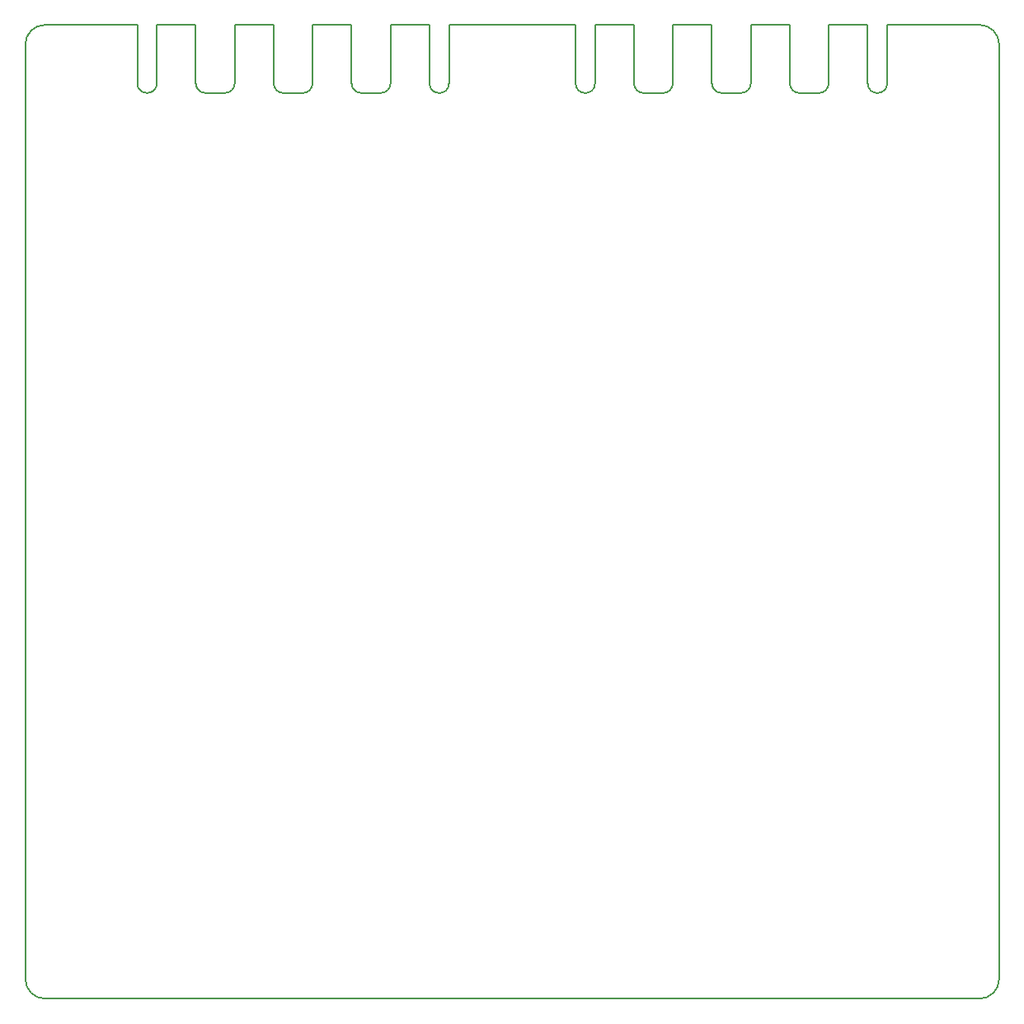
<source format=gbr>
%TF.GenerationSoftware,KiCad,Pcbnew,(6.0.0)*%
%TF.CreationDate,2022-08-21T23:10:39+12:00*%
%TF.ProjectId,TEST_FIXTURE,54455354-5f46-4495-9854-5552452e6b69,v1.0*%
%TF.SameCoordinates,Original*%
%TF.FileFunction,Profile,NP*%
%FSLAX46Y46*%
G04 Gerber Fmt 4.6, Leading zero omitted, Abs format (unit mm)*
G04 Created by KiCad (PCBNEW (6.0.0)) date 2022-08-21 23:10:39*
%MOMM*%
%LPD*%
G01*
G04 APERTURE LIST*
%TA.AperFunction,Profile*%
%ADD10C,0.200000*%
%TD*%
G04 APERTURE END LIST*
D10*
X238500000Y-100000000D02*
X248000000Y-100000000D01*
X238500000Y-106000000D02*
X238500000Y-100000000D01*
X236500000Y-106000000D02*
G75*
G03*
X238500000Y-106000000I1000000J0D01*
G01*
X231500000Y-107000000D02*
G75*
G03*
X232500000Y-106000000I-3J1000003D01*
G01*
X232500000Y-100000000D02*
X236500000Y-100000000D01*
X228500000Y-106000000D02*
G75*
G03*
X229500000Y-107000000I1000003J3D01*
G01*
X232500000Y-106000000D02*
X232500000Y-100000000D01*
X236500000Y-100000000D02*
X236500000Y-106000000D01*
X229500000Y-107000000D02*
X231500000Y-107000000D01*
X223500000Y-107000000D02*
G75*
G03*
X224500000Y-106000000I-3J1000003D01*
G01*
X224500000Y-100000000D02*
X228500000Y-100000000D01*
X220500000Y-106000000D02*
G75*
G03*
X221500000Y-107000000I1000003J3D01*
G01*
X224500000Y-106000000D02*
X224500000Y-100000000D01*
X228500000Y-100000000D02*
X228500000Y-106000000D01*
X221500000Y-107000000D02*
X223500000Y-107000000D01*
X215500000Y-107000000D02*
G75*
G03*
X216500000Y-106000000I-3J1000003D01*
G01*
X212500000Y-106000000D02*
G75*
G03*
X213500000Y-107000000I1000001J1D01*
G01*
X208500000Y-100000000D02*
X212500000Y-100000000D01*
X206500000Y-100000000D02*
X206500000Y-106000000D01*
X216500000Y-106000000D02*
X216500000Y-100000000D01*
X220500000Y-100000000D02*
X220500000Y-106000000D01*
X213500000Y-107000000D02*
X215500000Y-107000000D01*
X208500000Y-106000000D02*
X208500000Y-100000000D01*
X216500000Y-100000000D02*
X220500000Y-100000000D01*
X212500000Y-100000000D02*
X212500000Y-106000000D01*
X206500000Y-106000000D02*
G75*
G03*
X208500000Y-106000000I1000000J0D01*
G01*
X161500000Y-106000000D02*
G75*
G03*
X163500000Y-106000000I1000000J0D01*
G01*
X191500000Y-106000000D02*
G75*
G03*
X193500000Y-106000000I1000000J0D01*
G01*
X186500000Y-107000000D02*
G75*
G03*
X187500000Y-106000000I-3J1000003D01*
G01*
X183500000Y-106000000D02*
G75*
G03*
X184500000Y-107000000I1000001J1D01*
G01*
X184500000Y-107000000D02*
X186500000Y-107000000D01*
X178500000Y-107000000D02*
G75*
G03*
X179500000Y-106000000I-3J1000003D01*
G01*
X175500000Y-106000000D02*
G75*
G03*
X176500000Y-107000000I1000001J1D01*
G01*
X176500000Y-107000000D02*
X178500000Y-107000000D01*
X170500000Y-107000000D02*
G75*
G03*
X171500000Y-106000000I-1J1000001D01*
G01*
X167500003Y-106000000D02*
G75*
G03*
X168500000Y-107000000I999997J-3D01*
G01*
X193500000Y-106000000D02*
X193500000Y-100000000D01*
X193500000Y-100000000D02*
X206500000Y-100000000D01*
X191500000Y-100000000D02*
X191500000Y-106000000D01*
X187500000Y-100000000D02*
X191500000Y-100000000D01*
X187500000Y-106000000D02*
X187500000Y-100000000D01*
X183500000Y-100000000D02*
X183500000Y-106000000D01*
X179500000Y-100000000D02*
X183500000Y-100000000D01*
X179500000Y-106000000D02*
X179500000Y-100000000D01*
X175500000Y-100000000D02*
X175500000Y-106000000D01*
X171500000Y-100000000D02*
X175500000Y-100000000D01*
X171500000Y-106000000D02*
X171500000Y-100000000D01*
X168500000Y-107000000D02*
X170500000Y-107000000D01*
X167500000Y-100000000D02*
X167500000Y-106000000D01*
X163500000Y-100000000D02*
X167500000Y-100000000D01*
X163500000Y-106000000D02*
X163500000Y-100000000D01*
X152000000Y-100000000D02*
X161500000Y-100000000D01*
X161500000Y-100000000D02*
X161500000Y-106000000D01*
X150000000Y-198000000D02*
X150000000Y-102000000D01*
X150000000Y-198000000D02*
G75*
G03*
X152000000Y-200000000I1999999J-1D01*
G01*
X249999999Y-102000000D02*
G75*
G03*
X248000000Y-100000000I-1999999J1D01*
G01*
X250000000Y-102000000D02*
X250000000Y-198000000D01*
X152000000Y-100000000D02*
G75*
G03*
X150000000Y-102000000I-1J-1999999D01*
G01*
X248000000Y-200000000D02*
X152000000Y-200000000D01*
X248000000Y-200000000D02*
G75*
G03*
X250000000Y-198000000I1J1999999D01*
G01*
M02*

</source>
